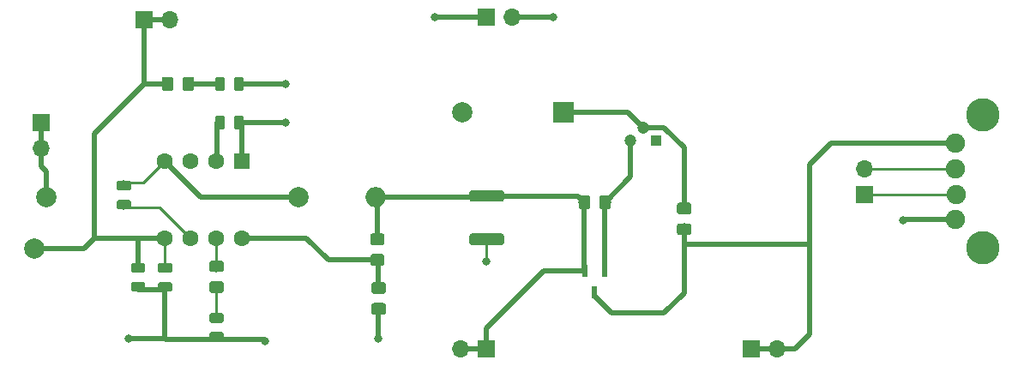
<source format=gbr>
G04 #@! TF.GenerationSoftware,KiCad,Pcbnew,5.1.4-e60b266~84~ubuntu18.04.1*
G04 #@! TF.CreationDate,2019-09-29T22:34:52+02:00*
G04 #@! TF.ProjectId,Circuit,43697263-7569-4742-9e6b-696361645f70,rev?*
G04 #@! TF.SameCoordinates,Original*
G04 #@! TF.FileFunction,Copper,L1,Top*
G04 #@! TF.FilePolarity,Positive*
%FSLAX46Y46*%
G04 Gerber Fmt 4.6, Leading zero omitted, Abs format (unit mm)*
G04 Created by KiCad (PCBNEW 5.1.4-e60b266~84~ubuntu18.04.1) date 2019-09-29 22:34:52*
%MOMM*%
%LPD*%
G04 APERTURE LIST*
G04 #@! TA.AperFunction,ComponentPad*
%ADD10O,1.700000X1.700000*%
G04 #@! TD*
G04 #@! TA.AperFunction,ComponentPad*
%ADD11R,1.700000X1.700000*%
G04 #@! TD*
G04 #@! TA.AperFunction,ComponentPad*
%ADD12C,2.010000*%
G04 #@! TD*
G04 #@! TA.AperFunction,Conductor*
%ADD13C,0.150000*%
G04 #@! TD*
G04 #@! TA.AperFunction,SMDPad,CuDef*
%ADD14C,1.125000*%
G04 #@! TD*
G04 #@! TA.AperFunction,SMDPad,CuDef*
%ADD15C,0.975000*%
G04 #@! TD*
G04 #@! TA.AperFunction,SMDPad,CuDef*
%ADD16C,1.150000*%
G04 #@! TD*
G04 #@! TA.AperFunction,ComponentPad*
%ADD17R,2.000000X2.000000*%
G04 #@! TD*
G04 #@! TA.AperFunction,ComponentPad*
%ADD18C,2.000000*%
G04 #@! TD*
G04 #@! TA.AperFunction,ComponentPad*
%ADD19C,3.300000*%
G04 #@! TD*
G04 #@! TA.AperFunction,ComponentPad*
%ADD20C,1.900000*%
G04 #@! TD*
G04 #@! TA.AperFunction,ComponentPad*
%ADD21O,2.000000X2.000000*%
G04 #@! TD*
G04 #@! TA.AperFunction,SMDPad,CuDef*
%ADD22R,0.600000X1.300000*%
G04 #@! TD*
G04 #@! TA.AperFunction,ComponentPad*
%ADD23R,1.000000X1.000000*%
G04 #@! TD*
G04 #@! TA.AperFunction,ComponentPad*
%ADD24C,1.200000*%
G04 #@! TD*
G04 #@! TA.AperFunction,ComponentPad*
%ADD25R,1.600000X1.600000*%
G04 #@! TD*
G04 #@! TA.AperFunction,ComponentPad*
%ADD26C,1.600000*%
G04 #@! TD*
G04 #@! TA.AperFunction,ViaPad*
%ADD27C,0.800000*%
G04 #@! TD*
G04 #@! TA.AperFunction,Conductor*
%ADD28C,0.250000*%
G04 #@! TD*
G04 #@! TA.AperFunction,Conductor*
%ADD29C,0.500000*%
G04 #@! TD*
G04 APERTURE END LIST*
D10*
G04 #@! TO.P,J7,2*
G04 #@! TO.N,Net-(C1-Pad1)*
X89662000Y-86614000D03*
D11*
G04 #@! TO.P,J7,1*
X87122000Y-86614000D03*
G04 #@! TD*
D12*
G04 #@! TO.P,F1,2*
G04 #@! TO.N,Net-(C1-Pad1)*
X76270000Y-109240000D03*
G04 #@! TO.P,F1,1*
G04 #@! TO.N,+12V*
X77470000Y-104140000D03*
G04 #@! TD*
D10*
G04 #@! TO.P,J5,2*
G04 #@! TO.N,Net-(J1-Pad1)*
X149606000Y-119126000D03*
D11*
G04 #@! TO.P,J5,1*
X147066000Y-119126000D03*
G04 #@! TD*
D10*
G04 #@! TO.P,J6,2*
G04 #@! TO.N,GND*
X123444000Y-86360000D03*
D11*
G04 #@! TO.P,J6,1*
X120904000Y-86360000D03*
G04 #@! TD*
D10*
G04 #@! TO.P,J4,2*
G04 #@! TO.N,/D-*
X158242000Y-101346000D03*
D11*
G04 #@! TO.P,J4,1*
G04 #@! TO.N,/D+*
X158242000Y-103886000D03*
G04 #@! TD*
D10*
G04 #@! TO.P,J3,2*
G04 #@! TO.N,+5V*
X118364000Y-119126000D03*
D11*
G04 #@! TO.P,J3,1*
X120904000Y-119126000D03*
G04 #@! TD*
D10*
G04 #@! TO.P,J2,2*
G04 #@! TO.N,+12V*
X76962000Y-99314000D03*
D11*
G04 #@! TO.P,J2,1*
X76962000Y-96774000D03*
G04 #@! TD*
D13*
G04 #@! TO.N,GND*
G04 #@! TO.C,C8*
G36*
X122378505Y-107748204D02*
G01*
X122402773Y-107751804D01*
X122426572Y-107757765D01*
X122449671Y-107766030D01*
X122471850Y-107776520D01*
X122492893Y-107789132D01*
X122512599Y-107803747D01*
X122530777Y-107820223D01*
X122547253Y-107838401D01*
X122561868Y-107858107D01*
X122574480Y-107879150D01*
X122584970Y-107901329D01*
X122593235Y-107924428D01*
X122599196Y-107948227D01*
X122602796Y-107972495D01*
X122604000Y-107996999D01*
X122604000Y-108622001D01*
X122602796Y-108646505D01*
X122599196Y-108670773D01*
X122593235Y-108694572D01*
X122584970Y-108717671D01*
X122574480Y-108739850D01*
X122561868Y-108760893D01*
X122547253Y-108780599D01*
X122530777Y-108798777D01*
X122512599Y-108815253D01*
X122492893Y-108829868D01*
X122471850Y-108842480D01*
X122449671Y-108852970D01*
X122426572Y-108861235D01*
X122402773Y-108867196D01*
X122378505Y-108870796D01*
X122354001Y-108872000D01*
X119453999Y-108872000D01*
X119429495Y-108870796D01*
X119405227Y-108867196D01*
X119381428Y-108861235D01*
X119358329Y-108852970D01*
X119336150Y-108842480D01*
X119315107Y-108829868D01*
X119295401Y-108815253D01*
X119277223Y-108798777D01*
X119260747Y-108780599D01*
X119246132Y-108760893D01*
X119233520Y-108739850D01*
X119223030Y-108717671D01*
X119214765Y-108694572D01*
X119208804Y-108670773D01*
X119205204Y-108646505D01*
X119204000Y-108622001D01*
X119204000Y-107996999D01*
X119205204Y-107972495D01*
X119208804Y-107948227D01*
X119214765Y-107924428D01*
X119223030Y-107901329D01*
X119233520Y-107879150D01*
X119246132Y-107858107D01*
X119260747Y-107838401D01*
X119277223Y-107820223D01*
X119295401Y-107803747D01*
X119315107Y-107789132D01*
X119336150Y-107776520D01*
X119358329Y-107766030D01*
X119381428Y-107757765D01*
X119405227Y-107751804D01*
X119429495Y-107748204D01*
X119453999Y-107747000D01*
X122354001Y-107747000D01*
X122378505Y-107748204D01*
X122378505Y-107748204D01*
G37*
D14*
G04 #@! TD*
G04 #@! TO.P,C8,2*
G04 #@! TO.N,GND*
X120904000Y-108309500D03*
D13*
G04 #@! TO.N,+5V*
G04 #@! TO.C,C8*
G36*
X122378505Y-103473204D02*
G01*
X122402773Y-103476804D01*
X122426572Y-103482765D01*
X122449671Y-103491030D01*
X122471850Y-103501520D01*
X122492893Y-103514132D01*
X122512599Y-103528747D01*
X122530777Y-103545223D01*
X122547253Y-103563401D01*
X122561868Y-103583107D01*
X122574480Y-103604150D01*
X122584970Y-103626329D01*
X122593235Y-103649428D01*
X122599196Y-103673227D01*
X122602796Y-103697495D01*
X122604000Y-103721999D01*
X122604000Y-104347001D01*
X122602796Y-104371505D01*
X122599196Y-104395773D01*
X122593235Y-104419572D01*
X122584970Y-104442671D01*
X122574480Y-104464850D01*
X122561868Y-104485893D01*
X122547253Y-104505599D01*
X122530777Y-104523777D01*
X122512599Y-104540253D01*
X122492893Y-104554868D01*
X122471850Y-104567480D01*
X122449671Y-104577970D01*
X122426572Y-104586235D01*
X122402773Y-104592196D01*
X122378505Y-104595796D01*
X122354001Y-104597000D01*
X119453999Y-104597000D01*
X119429495Y-104595796D01*
X119405227Y-104592196D01*
X119381428Y-104586235D01*
X119358329Y-104577970D01*
X119336150Y-104567480D01*
X119315107Y-104554868D01*
X119295401Y-104540253D01*
X119277223Y-104523777D01*
X119260747Y-104505599D01*
X119246132Y-104485893D01*
X119233520Y-104464850D01*
X119223030Y-104442671D01*
X119214765Y-104419572D01*
X119208804Y-104395773D01*
X119205204Y-104371505D01*
X119204000Y-104347001D01*
X119204000Y-103721999D01*
X119205204Y-103697495D01*
X119208804Y-103673227D01*
X119214765Y-103649428D01*
X119223030Y-103626329D01*
X119233520Y-103604150D01*
X119246132Y-103583107D01*
X119260747Y-103563401D01*
X119277223Y-103545223D01*
X119295401Y-103528747D01*
X119315107Y-103514132D01*
X119336150Y-103501520D01*
X119358329Y-103491030D01*
X119381428Y-103482765D01*
X119405227Y-103476804D01*
X119429495Y-103473204D01*
X119453999Y-103472000D01*
X122354001Y-103472000D01*
X122378505Y-103473204D01*
X122378505Y-103473204D01*
G37*
D14*
G04 #@! TD*
G04 #@! TO.P,C8,1*
G04 #@! TO.N,+5V*
X120904000Y-104034500D03*
D13*
G04 #@! TO.N,GND*
G04 #@! TO.C,C7*
G36*
X89634142Y-112530174D02*
G01*
X89657803Y-112533684D01*
X89681007Y-112539496D01*
X89703529Y-112547554D01*
X89725153Y-112557782D01*
X89745670Y-112570079D01*
X89764883Y-112584329D01*
X89782607Y-112600393D01*
X89798671Y-112618117D01*
X89812921Y-112637330D01*
X89825218Y-112657847D01*
X89835446Y-112679471D01*
X89843504Y-112701993D01*
X89849316Y-112725197D01*
X89852826Y-112748858D01*
X89854000Y-112772750D01*
X89854000Y-113260250D01*
X89852826Y-113284142D01*
X89849316Y-113307803D01*
X89843504Y-113331007D01*
X89835446Y-113353529D01*
X89825218Y-113375153D01*
X89812921Y-113395670D01*
X89798671Y-113414883D01*
X89782607Y-113432607D01*
X89764883Y-113448671D01*
X89745670Y-113462921D01*
X89725153Y-113475218D01*
X89703529Y-113485446D01*
X89681007Y-113493504D01*
X89657803Y-113499316D01*
X89634142Y-113502826D01*
X89610250Y-113504000D01*
X88697750Y-113504000D01*
X88673858Y-113502826D01*
X88650197Y-113499316D01*
X88626993Y-113493504D01*
X88604471Y-113485446D01*
X88582847Y-113475218D01*
X88562330Y-113462921D01*
X88543117Y-113448671D01*
X88525393Y-113432607D01*
X88509329Y-113414883D01*
X88495079Y-113395670D01*
X88482782Y-113375153D01*
X88472554Y-113353529D01*
X88464496Y-113331007D01*
X88458684Y-113307803D01*
X88455174Y-113284142D01*
X88454000Y-113260250D01*
X88454000Y-112772750D01*
X88455174Y-112748858D01*
X88458684Y-112725197D01*
X88464496Y-112701993D01*
X88472554Y-112679471D01*
X88482782Y-112657847D01*
X88495079Y-112637330D01*
X88509329Y-112618117D01*
X88525393Y-112600393D01*
X88543117Y-112584329D01*
X88562330Y-112570079D01*
X88582847Y-112557782D01*
X88604471Y-112547554D01*
X88626993Y-112539496D01*
X88650197Y-112533684D01*
X88673858Y-112530174D01*
X88697750Y-112529000D01*
X89610250Y-112529000D01*
X89634142Y-112530174D01*
X89634142Y-112530174D01*
G37*
D15*
G04 #@! TD*
G04 #@! TO.P,C7,2*
G04 #@! TO.N,GND*
X89154000Y-113016500D03*
D13*
G04 #@! TO.N,Net-(C1-Pad1)*
G04 #@! TO.C,C7*
G36*
X89634142Y-110655174D02*
G01*
X89657803Y-110658684D01*
X89681007Y-110664496D01*
X89703529Y-110672554D01*
X89725153Y-110682782D01*
X89745670Y-110695079D01*
X89764883Y-110709329D01*
X89782607Y-110725393D01*
X89798671Y-110743117D01*
X89812921Y-110762330D01*
X89825218Y-110782847D01*
X89835446Y-110804471D01*
X89843504Y-110826993D01*
X89849316Y-110850197D01*
X89852826Y-110873858D01*
X89854000Y-110897750D01*
X89854000Y-111385250D01*
X89852826Y-111409142D01*
X89849316Y-111432803D01*
X89843504Y-111456007D01*
X89835446Y-111478529D01*
X89825218Y-111500153D01*
X89812921Y-111520670D01*
X89798671Y-111539883D01*
X89782607Y-111557607D01*
X89764883Y-111573671D01*
X89745670Y-111587921D01*
X89725153Y-111600218D01*
X89703529Y-111610446D01*
X89681007Y-111618504D01*
X89657803Y-111624316D01*
X89634142Y-111627826D01*
X89610250Y-111629000D01*
X88697750Y-111629000D01*
X88673858Y-111627826D01*
X88650197Y-111624316D01*
X88626993Y-111618504D01*
X88604471Y-111610446D01*
X88582847Y-111600218D01*
X88562330Y-111587921D01*
X88543117Y-111573671D01*
X88525393Y-111557607D01*
X88509329Y-111539883D01*
X88495079Y-111520670D01*
X88482782Y-111500153D01*
X88472554Y-111478529D01*
X88464496Y-111456007D01*
X88458684Y-111432803D01*
X88455174Y-111409142D01*
X88454000Y-111385250D01*
X88454000Y-110897750D01*
X88455174Y-110873858D01*
X88458684Y-110850197D01*
X88464496Y-110826993D01*
X88472554Y-110804471D01*
X88482782Y-110782847D01*
X88495079Y-110762330D01*
X88509329Y-110743117D01*
X88525393Y-110725393D01*
X88543117Y-110709329D01*
X88562330Y-110695079D01*
X88582847Y-110682782D01*
X88604471Y-110672554D01*
X88626993Y-110664496D01*
X88650197Y-110658684D01*
X88673858Y-110655174D01*
X88697750Y-110654000D01*
X89610250Y-110654000D01*
X89634142Y-110655174D01*
X89634142Y-110655174D01*
G37*
D15*
G04 #@! TD*
G04 #@! TO.P,C7,1*
G04 #@! TO.N,Net-(C1-Pad1)*
X89154000Y-111141500D03*
D13*
G04 #@! TO.N,Net-(C6-Pad2)*
G04 #@! TO.C,C6*
G36*
X85570142Y-102527174D02*
G01*
X85593803Y-102530684D01*
X85617007Y-102536496D01*
X85639529Y-102544554D01*
X85661153Y-102554782D01*
X85681670Y-102567079D01*
X85700883Y-102581329D01*
X85718607Y-102597393D01*
X85734671Y-102615117D01*
X85748921Y-102634330D01*
X85761218Y-102654847D01*
X85771446Y-102676471D01*
X85779504Y-102698993D01*
X85785316Y-102722197D01*
X85788826Y-102745858D01*
X85790000Y-102769750D01*
X85790000Y-103257250D01*
X85788826Y-103281142D01*
X85785316Y-103304803D01*
X85779504Y-103328007D01*
X85771446Y-103350529D01*
X85761218Y-103372153D01*
X85748921Y-103392670D01*
X85734671Y-103411883D01*
X85718607Y-103429607D01*
X85700883Y-103445671D01*
X85681670Y-103459921D01*
X85661153Y-103472218D01*
X85639529Y-103482446D01*
X85617007Y-103490504D01*
X85593803Y-103496316D01*
X85570142Y-103499826D01*
X85546250Y-103501000D01*
X84633750Y-103501000D01*
X84609858Y-103499826D01*
X84586197Y-103496316D01*
X84562993Y-103490504D01*
X84540471Y-103482446D01*
X84518847Y-103472218D01*
X84498330Y-103459921D01*
X84479117Y-103445671D01*
X84461393Y-103429607D01*
X84445329Y-103411883D01*
X84431079Y-103392670D01*
X84418782Y-103372153D01*
X84408554Y-103350529D01*
X84400496Y-103328007D01*
X84394684Y-103304803D01*
X84391174Y-103281142D01*
X84390000Y-103257250D01*
X84390000Y-102769750D01*
X84391174Y-102745858D01*
X84394684Y-102722197D01*
X84400496Y-102698993D01*
X84408554Y-102676471D01*
X84418782Y-102654847D01*
X84431079Y-102634330D01*
X84445329Y-102615117D01*
X84461393Y-102597393D01*
X84479117Y-102581329D01*
X84498330Y-102567079D01*
X84518847Y-102554782D01*
X84540471Y-102544554D01*
X84562993Y-102536496D01*
X84586197Y-102530684D01*
X84609858Y-102527174D01*
X84633750Y-102526000D01*
X85546250Y-102526000D01*
X85570142Y-102527174D01*
X85570142Y-102527174D01*
G37*
D15*
G04 #@! TD*
G04 #@! TO.P,C6,2*
G04 #@! TO.N,Net-(C6-Pad2)*
X85090000Y-103013500D03*
D13*
G04 #@! TO.N,Net-(C6-Pad1)*
G04 #@! TO.C,C6*
G36*
X85570142Y-104402174D02*
G01*
X85593803Y-104405684D01*
X85617007Y-104411496D01*
X85639529Y-104419554D01*
X85661153Y-104429782D01*
X85681670Y-104442079D01*
X85700883Y-104456329D01*
X85718607Y-104472393D01*
X85734671Y-104490117D01*
X85748921Y-104509330D01*
X85761218Y-104529847D01*
X85771446Y-104551471D01*
X85779504Y-104573993D01*
X85785316Y-104597197D01*
X85788826Y-104620858D01*
X85790000Y-104644750D01*
X85790000Y-105132250D01*
X85788826Y-105156142D01*
X85785316Y-105179803D01*
X85779504Y-105203007D01*
X85771446Y-105225529D01*
X85761218Y-105247153D01*
X85748921Y-105267670D01*
X85734671Y-105286883D01*
X85718607Y-105304607D01*
X85700883Y-105320671D01*
X85681670Y-105334921D01*
X85661153Y-105347218D01*
X85639529Y-105357446D01*
X85617007Y-105365504D01*
X85593803Y-105371316D01*
X85570142Y-105374826D01*
X85546250Y-105376000D01*
X84633750Y-105376000D01*
X84609858Y-105374826D01*
X84586197Y-105371316D01*
X84562993Y-105365504D01*
X84540471Y-105357446D01*
X84518847Y-105347218D01*
X84498330Y-105334921D01*
X84479117Y-105320671D01*
X84461393Y-105304607D01*
X84445329Y-105286883D01*
X84431079Y-105267670D01*
X84418782Y-105247153D01*
X84408554Y-105225529D01*
X84400496Y-105203007D01*
X84394684Y-105179803D01*
X84391174Y-105156142D01*
X84390000Y-105132250D01*
X84390000Y-104644750D01*
X84391174Y-104620858D01*
X84394684Y-104597197D01*
X84400496Y-104573993D01*
X84408554Y-104551471D01*
X84418782Y-104529847D01*
X84431079Y-104509330D01*
X84445329Y-104490117D01*
X84461393Y-104472393D01*
X84479117Y-104456329D01*
X84498330Y-104442079D01*
X84518847Y-104429782D01*
X84540471Y-104419554D01*
X84562993Y-104411496D01*
X84586197Y-104405684D01*
X84609858Y-104402174D01*
X84633750Y-104401000D01*
X85546250Y-104401000D01*
X85570142Y-104402174D01*
X85570142Y-104402174D01*
G37*
D15*
G04 #@! TD*
G04 #@! TO.P,C6,1*
G04 #@! TO.N,Net-(C6-Pad1)*
X85090000Y-104888500D03*
D13*
G04 #@! TO.N,GND*
G04 #@! TO.C,C5*
G36*
X96709142Y-96075174D02*
G01*
X96732803Y-96078684D01*
X96756007Y-96084496D01*
X96778529Y-96092554D01*
X96800153Y-96102782D01*
X96820670Y-96115079D01*
X96839883Y-96129329D01*
X96857607Y-96145393D01*
X96873671Y-96163117D01*
X96887921Y-96182330D01*
X96900218Y-96202847D01*
X96910446Y-96224471D01*
X96918504Y-96246993D01*
X96924316Y-96270197D01*
X96927826Y-96293858D01*
X96929000Y-96317750D01*
X96929000Y-97230250D01*
X96927826Y-97254142D01*
X96924316Y-97277803D01*
X96918504Y-97301007D01*
X96910446Y-97323529D01*
X96900218Y-97345153D01*
X96887921Y-97365670D01*
X96873671Y-97384883D01*
X96857607Y-97402607D01*
X96839883Y-97418671D01*
X96820670Y-97432921D01*
X96800153Y-97445218D01*
X96778529Y-97455446D01*
X96756007Y-97463504D01*
X96732803Y-97469316D01*
X96709142Y-97472826D01*
X96685250Y-97474000D01*
X96197750Y-97474000D01*
X96173858Y-97472826D01*
X96150197Y-97469316D01*
X96126993Y-97463504D01*
X96104471Y-97455446D01*
X96082847Y-97445218D01*
X96062330Y-97432921D01*
X96043117Y-97418671D01*
X96025393Y-97402607D01*
X96009329Y-97384883D01*
X95995079Y-97365670D01*
X95982782Y-97345153D01*
X95972554Y-97323529D01*
X95964496Y-97301007D01*
X95958684Y-97277803D01*
X95955174Y-97254142D01*
X95954000Y-97230250D01*
X95954000Y-96317750D01*
X95955174Y-96293858D01*
X95958684Y-96270197D01*
X95964496Y-96246993D01*
X95972554Y-96224471D01*
X95982782Y-96202847D01*
X95995079Y-96182330D01*
X96009329Y-96163117D01*
X96025393Y-96145393D01*
X96043117Y-96129329D01*
X96062330Y-96115079D01*
X96082847Y-96102782D01*
X96104471Y-96092554D01*
X96126993Y-96084496D01*
X96150197Y-96078684D01*
X96173858Y-96075174D01*
X96197750Y-96074000D01*
X96685250Y-96074000D01*
X96709142Y-96075174D01*
X96709142Y-96075174D01*
G37*
D15*
G04 #@! TD*
G04 #@! TO.P,C5,2*
G04 #@! TO.N,GND*
X96441500Y-96774000D03*
D13*
G04 #@! TO.N,Net-(C5-Pad1)*
G04 #@! TO.C,C5*
G36*
X94834142Y-96075174D02*
G01*
X94857803Y-96078684D01*
X94881007Y-96084496D01*
X94903529Y-96092554D01*
X94925153Y-96102782D01*
X94945670Y-96115079D01*
X94964883Y-96129329D01*
X94982607Y-96145393D01*
X94998671Y-96163117D01*
X95012921Y-96182330D01*
X95025218Y-96202847D01*
X95035446Y-96224471D01*
X95043504Y-96246993D01*
X95049316Y-96270197D01*
X95052826Y-96293858D01*
X95054000Y-96317750D01*
X95054000Y-97230250D01*
X95052826Y-97254142D01*
X95049316Y-97277803D01*
X95043504Y-97301007D01*
X95035446Y-97323529D01*
X95025218Y-97345153D01*
X95012921Y-97365670D01*
X94998671Y-97384883D01*
X94982607Y-97402607D01*
X94964883Y-97418671D01*
X94945670Y-97432921D01*
X94925153Y-97445218D01*
X94903529Y-97455446D01*
X94881007Y-97463504D01*
X94857803Y-97469316D01*
X94834142Y-97472826D01*
X94810250Y-97474000D01*
X94322750Y-97474000D01*
X94298858Y-97472826D01*
X94275197Y-97469316D01*
X94251993Y-97463504D01*
X94229471Y-97455446D01*
X94207847Y-97445218D01*
X94187330Y-97432921D01*
X94168117Y-97418671D01*
X94150393Y-97402607D01*
X94134329Y-97384883D01*
X94120079Y-97365670D01*
X94107782Y-97345153D01*
X94097554Y-97323529D01*
X94089496Y-97301007D01*
X94083684Y-97277803D01*
X94080174Y-97254142D01*
X94079000Y-97230250D01*
X94079000Y-96317750D01*
X94080174Y-96293858D01*
X94083684Y-96270197D01*
X94089496Y-96246993D01*
X94097554Y-96224471D01*
X94107782Y-96202847D01*
X94120079Y-96182330D01*
X94134329Y-96163117D01*
X94150393Y-96145393D01*
X94168117Y-96129329D01*
X94187330Y-96115079D01*
X94207847Y-96102782D01*
X94229471Y-96092554D01*
X94251993Y-96084496D01*
X94275197Y-96078684D01*
X94298858Y-96075174D01*
X94322750Y-96074000D01*
X94810250Y-96074000D01*
X94834142Y-96075174D01*
X94834142Y-96075174D01*
G37*
D15*
G04 #@! TD*
G04 #@! TO.P,C5,1*
G04 #@! TO.N,Net-(C5-Pad1)*
X94566500Y-96774000D03*
D13*
G04 #@! TO.N,GND*
G04 #@! TO.C,C4*
G36*
X94714142Y-117480174D02*
G01*
X94737803Y-117483684D01*
X94761007Y-117489496D01*
X94783529Y-117497554D01*
X94805153Y-117507782D01*
X94825670Y-117520079D01*
X94844883Y-117534329D01*
X94862607Y-117550393D01*
X94878671Y-117568117D01*
X94892921Y-117587330D01*
X94905218Y-117607847D01*
X94915446Y-117629471D01*
X94923504Y-117651993D01*
X94929316Y-117675197D01*
X94932826Y-117698858D01*
X94934000Y-117722750D01*
X94934000Y-118210250D01*
X94932826Y-118234142D01*
X94929316Y-118257803D01*
X94923504Y-118281007D01*
X94915446Y-118303529D01*
X94905218Y-118325153D01*
X94892921Y-118345670D01*
X94878671Y-118364883D01*
X94862607Y-118382607D01*
X94844883Y-118398671D01*
X94825670Y-118412921D01*
X94805153Y-118425218D01*
X94783529Y-118435446D01*
X94761007Y-118443504D01*
X94737803Y-118449316D01*
X94714142Y-118452826D01*
X94690250Y-118454000D01*
X93777750Y-118454000D01*
X93753858Y-118452826D01*
X93730197Y-118449316D01*
X93706993Y-118443504D01*
X93684471Y-118435446D01*
X93662847Y-118425218D01*
X93642330Y-118412921D01*
X93623117Y-118398671D01*
X93605393Y-118382607D01*
X93589329Y-118364883D01*
X93575079Y-118345670D01*
X93562782Y-118325153D01*
X93552554Y-118303529D01*
X93544496Y-118281007D01*
X93538684Y-118257803D01*
X93535174Y-118234142D01*
X93534000Y-118210250D01*
X93534000Y-117722750D01*
X93535174Y-117698858D01*
X93538684Y-117675197D01*
X93544496Y-117651993D01*
X93552554Y-117629471D01*
X93562782Y-117607847D01*
X93575079Y-117587330D01*
X93589329Y-117568117D01*
X93605393Y-117550393D01*
X93623117Y-117534329D01*
X93642330Y-117520079D01*
X93662847Y-117507782D01*
X93684471Y-117497554D01*
X93706993Y-117489496D01*
X93730197Y-117483684D01*
X93753858Y-117480174D01*
X93777750Y-117479000D01*
X94690250Y-117479000D01*
X94714142Y-117480174D01*
X94714142Y-117480174D01*
G37*
D15*
G04 #@! TD*
G04 #@! TO.P,C4,2*
G04 #@! TO.N,GND*
X94234000Y-117966500D03*
D13*
G04 #@! TO.N,Net-(C4-Pad1)*
G04 #@! TO.C,C4*
G36*
X94714142Y-115605174D02*
G01*
X94737803Y-115608684D01*
X94761007Y-115614496D01*
X94783529Y-115622554D01*
X94805153Y-115632782D01*
X94825670Y-115645079D01*
X94844883Y-115659329D01*
X94862607Y-115675393D01*
X94878671Y-115693117D01*
X94892921Y-115712330D01*
X94905218Y-115732847D01*
X94915446Y-115754471D01*
X94923504Y-115776993D01*
X94929316Y-115800197D01*
X94932826Y-115823858D01*
X94934000Y-115847750D01*
X94934000Y-116335250D01*
X94932826Y-116359142D01*
X94929316Y-116382803D01*
X94923504Y-116406007D01*
X94915446Y-116428529D01*
X94905218Y-116450153D01*
X94892921Y-116470670D01*
X94878671Y-116489883D01*
X94862607Y-116507607D01*
X94844883Y-116523671D01*
X94825670Y-116537921D01*
X94805153Y-116550218D01*
X94783529Y-116560446D01*
X94761007Y-116568504D01*
X94737803Y-116574316D01*
X94714142Y-116577826D01*
X94690250Y-116579000D01*
X93777750Y-116579000D01*
X93753858Y-116577826D01*
X93730197Y-116574316D01*
X93706993Y-116568504D01*
X93684471Y-116560446D01*
X93662847Y-116550218D01*
X93642330Y-116537921D01*
X93623117Y-116523671D01*
X93605393Y-116507607D01*
X93589329Y-116489883D01*
X93575079Y-116470670D01*
X93562782Y-116450153D01*
X93552554Y-116428529D01*
X93544496Y-116406007D01*
X93538684Y-116382803D01*
X93535174Y-116359142D01*
X93534000Y-116335250D01*
X93534000Y-115847750D01*
X93535174Y-115823858D01*
X93538684Y-115800197D01*
X93544496Y-115776993D01*
X93552554Y-115754471D01*
X93562782Y-115732847D01*
X93575079Y-115712330D01*
X93589329Y-115693117D01*
X93605393Y-115675393D01*
X93623117Y-115659329D01*
X93642330Y-115645079D01*
X93662847Y-115632782D01*
X93684471Y-115622554D01*
X93706993Y-115614496D01*
X93730197Y-115608684D01*
X93753858Y-115605174D01*
X93777750Y-115604000D01*
X94690250Y-115604000D01*
X94714142Y-115605174D01*
X94714142Y-115605174D01*
G37*
D15*
G04 #@! TD*
G04 #@! TO.P,C4,1*
G04 #@! TO.N,Net-(C4-Pad1)*
X94234000Y-116091500D03*
D13*
G04 #@! TO.N,GND*
G04 #@! TO.C,C2*
G36*
X96709142Y-92265174D02*
G01*
X96732803Y-92268684D01*
X96756007Y-92274496D01*
X96778529Y-92282554D01*
X96800153Y-92292782D01*
X96820670Y-92305079D01*
X96839883Y-92319329D01*
X96857607Y-92335393D01*
X96873671Y-92353117D01*
X96887921Y-92372330D01*
X96900218Y-92392847D01*
X96910446Y-92414471D01*
X96918504Y-92436993D01*
X96924316Y-92460197D01*
X96927826Y-92483858D01*
X96929000Y-92507750D01*
X96929000Y-93420250D01*
X96927826Y-93444142D01*
X96924316Y-93467803D01*
X96918504Y-93491007D01*
X96910446Y-93513529D01*
X96900218Y-93535153D01*
X96887921Y-93555670D01*
X96873671Y-93574883D01*
X96857607Y-93592607D01*
X96839883Y-93608671D01*
X96820670Y-93622921D01*
X96800153Y-93635218D01*
X96778529Y-93645446D01*
X96756007Y-93653504D01*
X96732803Y-93659316D01*
X96709142Y-93662826D01*
X96685250Y-93664000D01*
X96197750Y-93664000D01*
X96173858Y-93662826D01*
X96150197Y-93659316D01*
X96126993Y-93653504D01*
X96104471Y-93645446D01*
X96082847Y-93635218D01*
X96062330Y-93622921D01*
X96043117Y-93608671D01*
X96025393Y-93592607D01*
X96009329Y-93574883D01*
X95995079Y-93555670D01*
X95982782Y-93535153D01*
X95972554Y-93513529D01*
X95964496Y-93491007D01*
X95958684Y-93467803D01*
X95955174Y-93444142D01*
X95954000Y-93420250D01*
X95954000Y-92507750D01*
X95955174Y-92483858D01*
X95958684Y-92460197D01*
X95964496Y-92436993D01*
X95972554Y-92414471D01*
X95982782Y-92392847D01*
X95995079Y-92372330D01*
X96009329Y-92353117D01*
X96025393Y-92335393D01*
X96043117Y-92319329D01*
X96062330Y-92305079D01*
X96082847Y-92292782D01*
X96104471Y-92282554D01*
X96126993Y-92274496D01*
X96150197Y-92268684D01*
X96173858Y-92265174D01*
X96197750Y-92264000D01*
X96685250Y-92264000D01*
X96709142Y-92265174D01*
X96709142Y-92265174D01*
G37*
D15*
G04 #@! TD*
G04 #@! TO.P,C2,2*
G04 #@! TO.N,GND*
X96441500Y-92964000D03*
D13*
G04 #@! TO.N,Net-(C2-Pad1)*
G04 #@! TO.C,C2*
G36*
X94834142Y-92265174D02*
G01*
X94857803Y-92268684D01*
X94881007Y-92274496D01*
X94903529Y-92282554D01*
X94925153Y-92292782D01*
X94945670Y-92305079D01*
X94964883Y-92319329D01*
X94982607Y-92335393D01*
X94998671Y-92353117D01*
X95012921Y-92372330D01*
X95025218Y-92392847D01*
X95035446Y-92414471D01*
X95043504Y-92436993D01*
X95049316Y-92460197D01*
X95052826Y-92483858D01*
X95054000Y-92507750D01*
X95054000Y-93420250D01*
X95052826Y-93444142D01*
X95049316Y-93467803D01*
X95043504Y-93491007D01*
X95035446Y-93513529D01*
X95025218Y-93535153D01*
X95012921Y-93555670D01*
X94998671Y-93574883D01*
X94982607Y-93592607D01*
X94964883Y-93608671D01*
X94945670Y-93622921D01*
X94925153Y-93635218D01*
X94903529Y-93645446D01*
X94881007Y-93653504D01*
X94857803Y-93659316D01*
X94834142Y-93662826D01*
X94810250Y-93664000D01*
X94322750Y-93664000D01*
X94298858Y-93662826D01*
X94275197Y-93659316D01*
X94251993Y-93653504D01*
X94229471Y-93645446D01*
X94207847Y-93635218D01*
X94187330Y-93622921D01*
X94168117Y-93608671D01*
X94150393Y-93592607D01*
X94134329Y-93574883D01*
X94120079Y-93555670D01*
X94107782Y-93535153D01*
X94097554Y-93513529D01*
X94089496Y-93491007D01*
X94083684Y-93467803D01*
X94080174Y-93444142D01*
X94079000Y-93420250D01*
X94079000Y-92507750D01*
X94080174Y-92483858D01*
X94083684Y-92460197D01*
X94089496Y-92436993D01*
X94097554Y-92414471D01*
X94107782Y-92392847D01*
X94120079Y-92372330D01*
X94134329Y-92353117D01*
X94150393Y-92335393D01*
X94168117Y-92319329D01*
X94187330Y-92305079D01*
X94207847Y-92292782D01*
X94229471Y-92282554D01*
X94251993Y-92274496D01*
X94275197Y-92268684D01*
X94298858Y-92265174D01*
X94322750Y-92264000D01*
X94810250Y-92264000D01*
X94834142Y-92265174D01*
X94834142Y-92265174D01*
G37*
D15*
G04 #@! TD*
G04 #@! TO.P,C2,1*
G04 #@! TO.N,Net-(C2-Pad1)*
X94566500Y-92964000D03*
D13*
G04 #@! TO.N,GND*
G04 #@! TO.C,C1*
G36*
X86967142Y-112527174D02*
G01*
X86990803Y-112530684D01*
X87014007Y-112536496D01*
X87036529Y-112544554D01*
X87058153Y-112554782D01*
X87078670Y-112567079D01*
X87097883Y-112581329D01*
X87115607Y-112597393D01*
X87131671Y-112615117D01*
X87145921Y-112634330D01*
X87158218Y-112654847D01*
X87168446Y-112676471D01*
X87176504Y-112698993D01*
X87182316Y-112722197D01*
X87185826Y-112745858D01*
X87187000Y-112769750D01*
X87187000Y-113257250D01*
X87185826Y-113281142D01*
X87182316Y-113304803D01*
X87176504Y-113328007D01*
X87168446Y-113350529D01*
X87158218Y-113372153D01*
X87145921Y-113392670D01*
X87131671Y-113411883D01*
X87115607Y-113429607D01*
X87097883Y-113445671D01*
X87078670Y-113459921D01*
X87058153Y-113472218D01*
X87036529Y-113482446D01*
X87014007Y-113490504D01*
X86990803Y-113496316D01*
X86967142Y-113499826D01*
X86943250Y-113501000D01*
X86030750Y-113501000D01*
X86006858Y-113499826D01*
X85983197Y-113496316D01*
X85959993Y-113490504D01*
X85937471Y-113482446D01*
X85915847Y-113472218D01*
X85895330Y-113459921D01*
X85876117Y-113445671D01*
X85858393Y-113429607D01*
X85842329Y-113411883D01*
X85828079Y-113392670D01*
X85815782Y-113372153D01*
X85805554Y-113350529D01*
X85797496Y-113328007D01*
X85791684Y-113304803D01*
X85788174Y-113281142D01*
X85787000Y-113257250D01*
X85787000Y-112769750D01*
X85788174Y-112745858D01*
X85791684Y-112722197D01*
X85797496Y-112698993D01*
X85805554Y-112676471D01*
X85815782Y-112654847D01*
X85828079Y-112634330D01*
X85842329Y-112615117D01*
X85858393Y-112597393D01*
X85876117Y-112581329D01*
X85895330Y-112567079D01*
X85915847Y-112554782D01*
X85937471Y-112544554D01*
X85959993Y-112536496D01*
X85983197Y-112530684D01*
X86006858Y-112527174D01*
X86030750Y-112526000D01*
X86943250Y-112526000D01*
X86967142Y-112527174D01*
X86967142Y-112527174D01*
G37*
D15*
G04 #@! TD*
G04 #@! TO.P,C1,2*
G04 #@! TO.N,GND*
X86487000Y-113013500D03*
D13*
G04 #@! TO.N,Net-(C1-Pad1)*
G04 #@! TO.C,C1*
G36*
X86967142Y-110652174D02*
G01*
X86990803Y-110655684D01*
X87014007Y-110661496D01*
X87036529Y-110669554D01*
X87058153Y-110679782D01*
X87078670Y-110692079D01*
X87097883Y-110706329D01*
X87115607Y-110722393D01*
X87131671Y-110740117D01*
X87145921Y-110759330D01*
X87158218Y-110779847D01*
X87168446Y-110801471D01*
X87176504Y-110823993D01*
X87182316Y-110847197D01*
X87185826Y-110870858D01*
X87187000Y-110894750D01*
X87187000Y-111382250D01*
X87185826Y-111406142D01*
X87182316Y-111429803D01*
X87176504Y-111453007D01*
X87168446Y-111475529D01*
X87158218Y-111497153D01*
X87145921Y-111517670D01*
X87131671Y-111536883D01*
X87115607Y-111554607D01*
X87097883Y-111570671D01*
X87078670Y-111584921D01*
X87058153Y-111597218D01*
X87036529Y-111607446D01*
X87014007Y-111615504D01*
X86990803Y-111621316D01*
X86967142Y-111624826D01*
X86943250Y-111626000D01*
X86030750Y-111626000D01*
X86006858Y-111624826D01*
X85983197Y-111621316D01*
X85959993Y-111615504D01*
X85937471Y-111607446D01*
X85915847Y-111597218D01*
X85895330Y-111584921D01*
X85876117Y-111570671D01*
X85858393Y-111554607D01*
X85842329Y-111536883D01*
X85828079Y-111517670D01*
X85815782Y-111497153D01*
X85805554Y-111475529D01*
X85797496Y-111453007D01*
X85791684Y-111429803D01*
X85788174Y-111406142D01*
X85787000Y-111382250D01*
X85787000Y-110894750D01*
X85788174Y-110870858D01*
X85791684Y-110847197D01*
X85797496Y-110823993D01*
X85805554Y-110801471D01*
X85815782Y-110779847D01*
X85828079Y-110759330D01*
X85842329Y-110740117D01*
X85858393Y-110722393D01*
X85876117Y-110706329D01*
X85895330Y-110692079D01*
X85915847Y-110679782D01*
X85937471Y-110669554D01*
X85959993Y-110661496D01*
X85983197Y-110655684D01*
X86006858Y-110652174D01*
X86030750Y-110651000D01*
X86943250Y-110651000D01*
X86967142Y-110652174D01*
X86967142Y-110652174D01*
G37*
D15*
G04 #@! TD*
G04 #@! TO.P,C1,1*
G04 #@! TO.N,Net-(C1-Pad1)*
X86487000Y-111138500D03*
D13*
G04 #@! TO.N,Net-(C2-Pad1)*
G04 #@! TO.C,R1*
G36*
X91798505Y-92265204D02*
G01*
X91822773Y-92268804D01*
X91846572Y-92274765D01*
X91869671Y-92283030D01*
X91891850Y-92293520D01*
X91912893Y-92306132D01*
X91932599Y-92320747D01*
X91950777Y-92337223D01*
X91967253Y-92355401D01*
X91981868Y-92375107D01*
X91994480Y-92396150D01*
X92004970Y-92418329D01*
X92013235Y-92441428D01*
X92019196Y-92465227D01*
X92022796Y-92489495D01*
X92024000Y-92513999D01*
X92024000Y-93414001D01*
X92022796Y-93438505D01*
X92019196Y-93462773D01*
X92013235Y-93486572D01*
X92004970Y-93509671D01*
X91994480Y-93531850D01*
X91981868Y-93552893D01*
X91967253Y-93572599D01*
X91950777Y-93590777D01*
X91932599Y-93607253D01*
X91912893Y-93621868D01*
X91891850Y-93634480D01*
X91869671Y-93644970D01*
X91846572Y-93653235D01*
X91822773Y-93659196D01*
X91798505Y-93662796D01*
X91774001Y-93664000D01*
X91123999Y-93664000D01*
X91099495Y-93662796D01*
X91075227Y-93659196D01*
X91051428Y-93653235D01*
X91028329Y-93644970D01*
X91006150Y-93634480D01*
X90985107Y-93621868D01*
X90965401Y-93607253D01*
X90947223Y-93590777D01*
X90930747Y-93572599D01*
X90916132Y-93552893D01*
X90903520Y-93531850D01*
X90893030Y-93509671D01*
X90884765Y-93486572D01*
X90878804Y-93462773D01*
X90875204Y-93438505D01*
X90874000Y-93414001D01*
X90874000Y-92513999D01*
X90875204Y-92489495D01*
X90878804Y-92465227D01*
X90884765Y-92441428D01*
X90893030Y-92418329D01*
X90903520Y-92396150D01*
X90916132Y-92375107D01*
X90930747Y-92355401D01*
X90947223Y-92337223D01*
X90965401Y-92320747D01*
X90985107Y-92306132D01*
X91006150Y-92293520D01*
X91028329Y-92283030D01*
X91051428Y-92274765D01*
X91075227Y-92268804D01*
X91099495Y-92265204D01*
X91123999Y-92264000D01*
X91774001Y-92264000D01*
X91798505Y-92265204D01*
X91798505Y-92265204D01*
G37*
D16*
G04 #@! TD*
G04 #@! TO.P,R1,2*
G04 #@! TO.N,Net-(C2-Pad1)*
X91449000Y-92964000D03*
D13*
G04 #@! TO.N,Net-(C1-Pad1)*
G04 #@! TO.C,R1*
G36*
X89748505Y-92265204D02*
G01*
X89772773Y-92268804D01*
X89796572Y-92274765D01*
X89819671Y-92283030D01*
X89841850Y-92293520D01*
X89862893Y-92306132D01*
X89882599Y-92320747D01*
X89900777Y-92337223D01*
X89917253Y-92355401D01*
X89931868Y-92375107D01*
X89944480Y-92396150D01*
X89954970Y-92418329D01*
X89963235Y-92441428D01*
X89969196Y-92465227D01*
X89972796Y-92489495D01*
X89974000Y-92513999D01*
X89974000Y-93414001D01*
X89972796Y-93438505D01*
X89969196Y-93462773D01*
X89963235Y-93486572D01*
X89954970Y-93509671D01*
X89944480Y-93531850D01*
X89931868Y-93552893D01*
X89917253Y-93572599D01*
X89900777Y-93590777D01*
X89882599Y-93607253D01*
X89862893Y-93621868D01*
X89841850Y-93634480D01*
X89819671Y-93644970D01*
X89796572Y-93653235D01*
X89772773Y-93659196D01*
X89748505Y-93662796D01*
X89724001Y-93664000D01*
X89073999Y-93664000D01*
X89049495Y-93662796D01*
X89025227Y-93659196D01*
X89001428Y-93653235D01*
X88978329Y-93644970D01*
X88956150Y-93634480D01*
X88935107Y-93621868D01*
X88915401Y-93607253D01*
X88897223Y-93590777D01*
X88880747Y-93572599D01*
X88866132Y-93552893D01*
X88853520Y-93531850D01*
X88843030Y-93509671D01*
X88834765Y-93486572D01*
X88828804Y-93462773D01*
X88825204Y-93438505D01*
X88824000Y-93414001D01*
X88824000Y-92513999D01*
X88825204Y-92489495D01*
X88828804Y-92465227D01*
X88834765Y-92441428D01*
X88843030Y-92418329D01*
X88853520Y-92396150D01*
X88866132Y-92375107D01*
X88880747Y-92355401D01*
X88897223Y-92337223D01*
X88915401Y-92320747D01*
X88935107Y-92306132D01*
X88956150Y-92293520D01*
X88978329Y-92283030D01*
X89001428Y-92274765D01*
X89025227Y-92268804D01*
X89049495Y-92265204D01*
X89073999Y-92264000D01*
X89724001Y-92264000D01*
X89748505Y-92265204D01*
X89748505Y-92265204D01*
G37*
D16*
G04 #@! TD*
G04 #@! TO.P,R1,1*
G04 #@! TO.N,Net-(C1-Pad1)*
X89399000Y-92964000D03*
D17*
G04 #@! TO.P,D2,1*
G04 #@! TO.N,Net-(D2-Pad1)*
X128524000Y-95758000D03*
D18*
G04 #@! TO.P,D2,2*
G04 #@! TO.N,GND*
X118524000Y-95758000D03*
G04 #@! TD*
D19*
G04 #@! TO.P,J1,SH*
G04 #@! TO.N,Net-(J1-PadSH)*
X169926000Y-96046000D03*
X169926000Y-109186000D03*
D20*
G04 #@! TO.P,J1,1*
G04 #@! TO.N,Net-(J1-Pad1)*
X167216000Y-98866000D03*
G04 #@! TO.P,J1,2*
G04 #@! TO.N,/D-*
X167201000Y-101366000D03*
G04 #@! TO.P,J1,3*
G04 #@! TO.N,/D+*
X167226000Y-103866000D03*
G04 #@! TO.P,J1,4*
G04 #@! TO.N,GND*
X167216000Y-106366000D03*
G04 #@! TD*
D18*
G04 #@! TO.P,L1,1*
G04 #@! TO.N,Net-(C6-Pad2)*
X102362000Y-104140000D03*
D21*
G04 #@! TO.P,L1,2*
G04 #@! TO.N,+5V*
X109982000Y-104140000D03*
G04 #@! TD*
D22*
G04 #@! TO.P,Q1,3*
G04 #@! TO.N,Net-(J1-Pad1)*
X131572000Y-113572000D03*
G04 #@! TO.P,Q1,2*
G04 #@! TO.N,+5V*
X130622000Y-111472000D03*
G04 #@! TO.P,Q1,1*
G04 #@! TO.N,Net-(Q1-Pad1)*
X132522000Y-111472000D03*
G04 #@! TD*
D23*
G04 #@! TO.P,Q2,1*
G04 #@! TO.N,GND*
X137668000Y-98552000D03*
D24*
G04 #@! TO.P,Q2,2*
G04 #@! TO.N,Net-(D2-Pad1)*
X136398000Y-97282000D03*
G04 #@! TO.P,Q2,3*
G04 #@! TO.N,Net-(Q1-Pad1)*
X135128000Y-98552000D03*
G04 #@! TD*
D13*
G04 #@! TO.N,Net-(J1-Pad1)*
G04 #@! TO.C,R6*
G36*
X140873005Y-106750204D02*
G01*
X140897273Y-106753804D01*
X140921072Y-106759765D01*
X140944171Y-106768030D01*
X140966350Y-106778520D01*
X140987393Y-106791132D01*
X141007099Y-106805747D01*
X141025277Y-106822223D01*
X141041753Y-106840401D01*
X141056368Y-106860107D01*
X141068980Y-106881150D01*
X141079470Y-106903329D01*
X141087735Y-106926428D01*
X141093696Y-106950227D01*
X141097296Y-106974495D01*
X141098500Y-106998999D01*
X141098500Y-107649001D01*
X141097296Y-107673505D01*
X141093696Y-107697773D01*
X141087735Y-107721572D01*
X141079470Y-107744671D01*
X141068980Y-107766850D01*
X141056368Y-107787893D01*
X141041753Y-107807599D01*
X141025277Y-107825777D01*
X141007099Y-107842253D01*
X140987393Y-107856868D01*
X140966350Y-107869480D01*
X140944171Y-107879970D01*
X140921072Y-107888235D01*
X140897273Y-107894196D01*
X140873005Y-107897796D01*
X140848501Y-107899000D01*
X139948499Y-107899000D01*
X139923995Y-107897796D01*
X139899727Y-107894196D01*
X139875928Y-107888235D01*
X139852829Y-107879970D01*
X139830650Y-107869480D01*
X139809607Y-107856868D01*
X139789901Y-107842253D01*
X139771723Y-107825777D01*
X139755247Y-107807599D01*
X139740632Y-107787893D01*
X139728020Y-107766850D01*
X139717530Y-107744671D01*
X139709265Y-107721572D01*
X139703304Y-107697773D01*
X139699704Y-107673505D01*
X139698500Y-107649001D01*
X139698500Y-106998999D01*
X139699704Y-106974495D01*
X139703304Y-106950227D01*
X139709265Y-106926428D01*
X139717530Y-106903329D01*
X139728020Y-106881150D01*
X139740632Y-106860107D01*
X139755247Y-106840401D01*
X139771723Y-106822223D01*
X139789901Y-106805747D01*
X139809607Y-106791132D01*
X139830650Y-106778520D01*
X139852829Y-106768030D01*
X139875928Y-106759765D01*
X139899727Y-106753804D01*
X139923995Y-106750204D01*
X139948499Y-106749000D01*
X140848501Y-106749000D01*
X140873005Y-106750204D01*
X140873005Y-106750204D01*
G37*
D16*
G04 #@! TD*
G04 #@! TO.P,R6,1*
G04 #@! TO.N,Net-(J1-Pad1)*
X140398500Y-107324000D03*
D13*
G04 #@! TO.N,Net-(D2-Pad1)*
G04 #@! TO.C,R6*
G36*
X140873005Y-104700204D02*
G01*
X140897273Y-104703804D01*
X140921072Y-104709765D01*
X140944171Y-104718030D01*
X140966350Y-104728520D01*
X140987393Y-104741132D01*
X141007099Y-104755747D01*
X141025277Y-104772223D01*
X141041753Y-104790401D01*
X141056368Y-104810107D01*
X141068980Y-104831150D01*
X141079470Y-104853329D01*
X141087735Y-104876428D01*
X141093696Y-104900227D01*
X141097296Y-104924495D01*
X141098500Y-104948999D01*
X141098500Y-105599001D01*
X141097296Y-105623505D01*
X141093696Y-105647773D01*
X141087735Y-105671572D01*
X141079470Y-105694671D01*
X141068980Y-105716850D01*
X141056368Y-105737893D01*
X141041753Y-105757599D01*
X141025277Y-105775777D01*
X141007099Y-105792253D01*
X140987393Y-105806868D01*
X140966350Y-105819480D01*
X140944171Y-105829970D01*
X140921072Y-105838235D01*
X140897273Y-105844196D01*
X140873005Y-105847796D01*
X140848501Y-105849000D01*
X139948499Y-105849000D01*
X139923995Y-105847796D01*
X139899727Y-105844196D01*
X139875928Y-105838235D01*
X139852829Y-105829970D01*
X139830650Y-105819480D01*
X139809607Y-105806868D01*
X139789901Y-105792253D01*
X139771723Y-105775777D01*
X139755247Y-105757599D01*
X139740632Y-105737893D01*
X139728020Y-105716850D01*
X139717530Y-105694671D01*
X139709265Y-105671572D01*
X139703304Y-105647773D01*
X139699704Y-105623505D01*
X139698500Y-105599001D01*
X139698500Y-104948999D01*
X139699704Y-104924495D01*
X139703304Y-104900227D01*
X139709265Y-104876428D01*
X139717530Y-104853329D01*
X139728020Y-104831150D01*
X139740632Y-104810107D01*
X139755247Y-104790401D01*
X139771723Y-104772223D01*
X139789901Y-104755747D01*
X139809607Y-104741132D01*
X139830650Y-104728520D01*
X139852829Y-104718030D01*
X139875928Y-104709765D01*
X139899727Y-104703804D01*
X139923995Y-104700204D01*
X139948499Y-104699000D01*
X140848501Y-104699000D01*
X140873005Y-104700204D01*
X140873005Y-104700204D01*
G37*
D16*
G04 #@! TD*
G04 #@! TO.P,R6,2*
G04 #@! TO.N,Net-(D2-Pad1)*
X140398500Y-105274000D03*
D13*
G04 #@! TO.N,Net-(Q1-Pad1)*
G04 #@! TO.C,R5*
G36*
X132946505Y-103949204D02*
G01*
X132970773Y-103952804D01*
X132994572Y-103958765D01*
X133017671Y-103967030D01*
X133039850Y-103977520D01*
X133060893Y-103990132D01*
X133080599Y-104004747D01*
X133098777Y-104021223D01*
X133115253Y-104039401D01*
X133129868Y-104059107D01*
X133142480Y-104080150D01*
X133152970Y-104102329D01*
X133161235Y-104125428D01*
X133167196Y-104149227D01*
X133170796Y-104173495D01*
X133172000Y-104197999D01*
X133172000Y-105098001D01*
X133170796Y-105122505D01*
X133167196Y-105146773D01*
X133161235Y-105170572D01*
X133152970Y-105193671D01*
X133142480Y-105215850D01*
X133129868Y-105236893D01*
X133115253Y-105256599D01*
X133098777Y-105274777D01*
X133080599Y-105291253D01*
X133060893Y-105305868D01*
X133039850Y-105318480D01*
X133017671Y-105328970D01*
X132994572Y-105337235D01*
X132970773Y-105343196D01*
X132946505Y-105346796D01*
X132922001Y-105348000D01*
X132271999Y-105348000D01*
X132247495Y-105346796D01*
X132223227Y-105343196D01*
X132199428Y-105337235D01*
X132176329Y-105328970D01*
X132154150Y-105318480D01*
X132133107Y-105305868D01*
X132113401Y-105291253D01*
X132095223Y-105274777D01*
X132078747Y-105256599D01*
X132064132Y-105236893D01*
X132051520Y-105215850D01*
X132041030Y-105193671D01*
X132032765Y-105170572D01*
X132026804Y-105146773D01*
X132023204Y-105122505D01*
X132022000Y-105098001D01*
X132022000Y-104197999D01*
X132023204Y-104173495D01*
X132026804Y-104149227D01*
X132032765Y-104125428D01*
X132041030Y-104102329D01*
X132051520Y-104080150D01*
X132064132Y-104059107D01*
X132078747Y-104039401D01*
X132095223Y-104021223D01*
X132113401Y-104004747D01*
X132133107Y-103990132D01*
X132154150Y-103977520D01*
X132176329Y-103967030D01*
X132199428Y-103958765D01*
X132223227Y-103952804D01*
X132247495Y-103949204D01*
X132271999Y-103948000D01*
X132922001Y-103948000D01*
X132946505Y-103949204D01*
X132946505Y-103949204D01*
G37*
D16*
G04 #@! TD*
G04 #@! TO.P,R5,2*
G04 #@! TO.N,Net-(Q1-Pad1)*
X132597000Y-104648000D03*
D13*
G04 #@! TO.N,+5V*
G04 #@! TO.C,R5*
G36*
X130896505Y-103949204D02*
G01*
X130920773Y-103952804D01*
X130944572Y-103958765D01*
X130967671Y-103967030D01*
X130989850Y-103977520D01*
X131010893Y-103990132D01*
X131030599Y-104004747D01*
X131048777Y-104021223D01*
X131065253Y-104039401D01*
X131079868Y-104059107D01*
X131092480Y-104080150D01*
X131102970Y-104102329D01*
X131111235Y-104125428D01*
X131117196Y-104149227D01*
X131120796Y-104173495D01*
X131122000Y-104197999D01*
X131122000Y-105098001D01*
X131120796Y-105122505D01*
X131117196Y-105146773D01*
X131111235Y-105170572D01*
X131102970Y-105193671D01*
X131092480Y-105215850D01*
X131079868Y-105236893D01*
X131065253Y-105256599D01*
X131048777Y-105274777D01*
X131030599Y-105291253D01*
X131010893Y-105305868D01*
X130989850Y-105318480D01*
X130967671Y-105328970D01*
X130944572Y-105337235D01*
X130920773Y-105343196D01*
X130896505Y-105346796D01*
X130872001Y-105348000D01*
X130221999Y-105348000D01*
X130197495Y-105346796D01*
X130173227Y-105343196D01*
X130149428Y-105337235D01*
X130126329Y-105328970D01*
X130104150Y-105318480D01*
X130083107Y-105305868D01*
X130063401Y-105291253D01*
X130045223Y-105274777D01*
X130028747Y-105256599D01*
X130014132Y-105236893D01*
X130001520Y-105215850D01*
X129991030Y-105193671D01*
X129982765Y-105170572D01*
X129976804Y-105146773D01*
X129973204Y-105122505D01*
X129972000Y-105098001D01*
X129972000Y-104197999D01*
X129973204Y-104173495D01*
X129976804Y-104149227D01*
X129982765Y-104125428D01*
X129991030Y-104102329D01*
X130001520Y-104080150D01*
X130014132Y-104059107D01*
X130028747Y-104039401D01*
X130045223Y-104021223D01*
X130063401Y-104004747D01*
X130083107Y-103990132D01*
X130104150Y-103977520D01*
X130126329Y-103967030D01*
X130149428Y-103958765D01*
X130173227Y-103952804D01*
X130197495Y-103949204D01*
X130221999Y-103948000D01*
X130872001Y-103948000D01*
X130896505Y-103949204D01*
X130896505Y-103949204D01*
G37*
D16*
G04 #@! TD*
G04 #@! TO.P,R5,1*
G04 #@! TO.N,+5V*
X130547000Y-104648000D03*
D13*
G04 #@! TO.N,Net-(R2-Pad1)*
G04 #@! TO.C,R2*
G36*
X94708505Y-110415204D02*
G01*
X94732773Y-110418804D01*
X94756572Y-110424765D01*
X94779671Y-110433030D01*
X94801850Y-110443520D01*
X94822893Y-110456132D01*
X94842599Y-110470747D01*
X94860777Y-110487223D01*
X94877253Y-110505401D01*
X94891868Y-110525107D01*
X94904480Y-110546150D01*
X94914970Y-110568329D01*
X94923235Y-110591428D01*
X94929196Y-110615227D01*
X94932796Y-110639495D01*
X94934000Y-110663999D01*
X94934000Y-111314001D01*
X94932796Y-111338505D01*
X94929196Y-111362773D01*
X94923235Y-111386572D01*
X94914970Y-111409671D01*
X94904480Y-111431850D01*
X94891868Y-111452893D01*
X94877253Y-111472599D01*
X94860777Y-111490777D01*
X94842599Y-111507253D01*
X94822893Y-111521868D01*
X94801850Y-111534480D01*
X94779671Y-111544970D01*
X94756572Y-111553235D01*
X94732773Y-111559196D01*
X94708505Y-111562796D01*
X94684001Y-111564000D01*
X93783999Y-111564000D01*
X93759495Y-111562796D01*
X93735227Y-111559196D01*
X93711428Y-111553235D01*
X93688329Y-111544970D01*
X93666150Y-111534480D01*
X93645107Y-111521868D01*
X93625401Y-111507253D01*
X93607223Y-111490777D01*
X93590747Y-111472599D01*
X93576132Y-111452893D01*
X93563520Y-111431850D01*
X93553030Y-111409671D01*
X93544765Y-111386572D01*
X93538804Y-111362773D01*
X93535204Y-111338505D01*
X93534000Y-111314001D01*
X93534000Y-110663999D01*
X93535204Y-110639495D01*
X93538804Y-110615227D01*
X93544765Y-110591428D01*
X93553030Y-110568329D01*
X93563520Y-110546150D01*
X93576132Y-110525107D01*
X93590747Y-110505401D01*
X93607223Y-110487223D01*
X93625401Y-110470747D01*
X93645107Y-110456132D01*
X93666150Y-110443520D01*
X93688329Y-110433030D01*
X93711428Y-110424765D01*
X93735227Y-110418804D01*
X93759495Y-110415204D01*
X93783999Y-110414000D01*
X94684001Y-110414000D01*
X94708505Y-110415204D01*
X94708505Y-110415204D01*
G37*
D16*
G04 #@! TD*
G04 #@! TO.P,R2,1*
G04 #@! TO.N,Net-(R2-Pad1)*
X94234000Y-110989000D03*
D13*
G04 #@! TO.N,Net-(C4-Pad1)*
G04 #@! TO.C,R2*
G36*
X94708505Y-112465204D02*
G01*
X94732773Y-112468804D01*
X94756572Y-112474765D01*
X94779671Y-112483030D01*
X94801850Y-112493520D01*
X94822893Y-112506132D01*
X94842599Y-112520747D01*
X94860777Y-112537223D01*
X94877253Y-112555401D01*
X94891868Y-112575107D01*
X94904480Y-112596150D01*
X94914970Y-112618329D01*
X94923235Y-112641428D01*
X94929196Y-112665227D01*
X94932796Y-112689495D01*
X94934000Y-112713999D01*
X94934000Y-113364001D01*
X94932796Y-113388505D01*
X94929196Y-113412773D01*
X94923235Y-113436572D01*
X94914970Y-113459671D01*
X94904480Y-113481850D01*
X94891868Y-113502893D01*
X94877253Y-113522599D01*
X94860777Y-113540777D01*
X94842599Y-113557253D01*
X94822893Y-113571868D01*
X94801850Y-113584480D01*
X94779671Y-113594970D01*
X94756572Y-113603235D01*
X94732773Y-113609196D01*
X94708505Y-113612796D01*
X94684001Y-113614000D01*
X93783999Y-113614000D01*
X93759495Y-113612796D01*
X93735227Y-113609196D01*
X93711428Y-113603235D01*
X93688329Y-113594970D01*
X93666150Y-113584480D01*
X93645107Y-113571868D01*
X93625401Y-113557253D01*
X93607223Y-113540777D01*
X93590747Y-113522599D01*
X93576132Y-113502893D01*
X93563520Y-113481850D01*
X93553030Y-113459671D01*
X93544765Y-113436572D01*
X93538804Y-113412773D01*
X93535204Y-113388505D01*
X93534000Y-113364001D01*
X93534000Y-112713999D01*
X93535204Y-112689495D01*
X93538804Y-112665227D01*
X93544765Y-112641428D01*
X93553030Y-112618329D01*
X93563520Y-112596150D01*
X93576132Y-112575107D01*
X93590747Y-112555401D01*
X93607223Y-112537223D01*
X93625401Y-112520747D01*
X93645107Y-112506132D01*
X93666150Y-112493520D01*
X93688329Y-112483030D01*
X93711428Y-112474765D01*
X93735227Y-112468804D01*
X93759495Y-112465204D01*
X93783999Y-112464000D01*
X94684001Y-112464000D01*
X94708505Y-112465204D01*
X94708505Y-112465204D01*
G37*
D16*
G04 #@! TD*
G04 #@! TO.P,R2,2*
G04 #@! TO.N,Net-(C4-Pad1)*
X94234000Y-113039000D03*
D13*
G04 #@! TO.N,+5V*
G04 #@! TO.C,R3*
G36*
X110583505Y-107739204D02*
G01*
X110607773Y-107742804D01*
X110631572Y-107748765D01*
X110654671Y-107757030D01*
X110676850Y-107767520D01*
X110697893Y-107780132D01*
X110717599Y-107794747D01*
X110735777Y-107811223D01*
X110752253Y-107829401D01*
X110766868Y-107849107D01*
X110779480Y-107870150D01*
X110789970Y-107892329D01*
X110798235Y-107915428D01*
X110804196Y-107939227D01*
X110807796Y-107963495D01*
X110809000Y-107987999D01*
X110809000Y-108638001D01*
X110807796Y-108662505D01*
X110804196Y-108686773D01*
X110798235Y-108710572D01*
X110789970Y-108733671D01*
X110779480Y-108755850D01*
X110766868Y-108776893D01*
X110752253Y-108796599D01*
X110735777Y-108814777D01*
X110717599Y-108831253D01*
X110697893Y-108845868D01*
X110676850Y-108858480D01*
X110654671Y-108868970D01*
X110631572Y-108877235D01*
X110607773Y-108883196D01*
X110583505Y-108886796D01*
X110559001Y-108888000D01*
X109658999Y-108888000D01*
X109634495Y-108886796D01*
X109610227Y-108883196D01*
X109586428Y-108877235D01*
X109563329Y-108868970D01*
X109541150Y-108858480D01*
X109520107Y-108845868D01*
X109500401Y-108831253D01*
X109482223Y-108814777D01*
X109465747Y-108796599D01*
X109451132Y-108776893D01*
X109438520Y-108755850D01*
X109428030Y-108733671D01*
X109419765Y-108710572D01*
X109413804Y-108686773D01*
X109410204Y-108662505D01*
X109409000Y-108638001D01*
X109409000Y-107987999D01*
X109410204Y-107963495D01*
X109413804Y-107939227D01*
X109419765Y-107915428D01*
X109428030Y-107892329D01*
X109438520Y-107870150D01*
X109451132Y-107849107D01*
X109465747Y-107829401D01*
X109482223Y-107811223D01*
X109500401Y-107794747D01*
X109520107Y-107780132D01*
X109541150Y-107767520D01*
X109563329Y-107757030D01*
X109586428Y-107748765D01*
X109610227Y-107742804D01*
X109634495Y-107739204D01*
X109658999Y-107738000D01*
X110559001Y-107738000D01*
X110583505Y-107739204D01*
X110583505Y-107739204D01*
G37*
D16*
G04 #@! TD*
G04 #@! TO.P,R3,1*
G04 #@! TO.N,+5V*
X110109000Y-108313000D03*
D13*
G04 #@! TO.N,Net-(R3-Pad2)*
G04 #@! TO.C,R3*
G36*
X110583505Y-109789204D02*
G01*
X110607773Y-109792804D01*
X110631572Y-109798765D01*
X110654671Y-109807030D01*
X110676850Y-109817520D01*
X110697893Y-109830132D01*
X110717599Y-109844747D01*
X110735777Y-109861223D01*
X110752253Y-109879401D01*
X110766868Y-109899107D01*
X110779480Y-109920150D01*
X110789970Y-109942329D01*
X110798235Y-109965428D01*
X110804196Y-109989227D01*
X110807796Y-110013495D01*
X110809000Y-110037999D01*
X110809000Y-110688001D01*
X110807796Y-110712505D01*
X110804196Y-110736773D01*
X110798235Y-110760572D01*
X110789970Y-110783671D01*
X110779480Y-110805850D01*
X110766868Y-110826893D01*
X110752253Y-110846599D01*
X110735777Y-110864777D01*
X110717599Y-110881253D01*
X110697893Y-110895868D01*
X110676850Y-110908480D01*
X110654671Y-110918970D01*
X110631572Y-110927235D01*
X110607773Y-110933196D01*
X110583505Y-110936796D01*
X110559001Y-110938000D01*
X109658999Y-110938000D01*
X109634495Y-110936796D01*
X109610227Y-110933196D01*
X109586428Y-110927235D01*
X109563329Y-110918970D01*
X109541150Y-110908480D01*
X109520107Y-110895868D01*
X109500401Y-110881253D01*
X109482223Y-110864777D01*
X109465747Y-110846599D01*
X109451132Y-110826893D01*
X109438520Y-110805850D01*
X109428030Y-110783671D01*
X109419765Y-110760572D01*
X109413804Y-110736773D01*
X109410204Y-110712505D01*
X109409000Y-110688001D01*
X109409000Y-110037999D01*
X109410204Y-110013495D01*
X109413804Y-109989227D01*
X109419765Y-109965428D01*
X109428030Y-109942329D01*
X109438520Y-109920150D01*
X109451132Y-109899107D01*
X109465747Y-109879401D01*
X109482223Y-109861223D01*
X109500401Y-109844747D01*
X109520107Y-109830132D01*
X109541150Y-109817520D01*
X109563329Y-109807030D01*
X109586428Y-109798765D01*
X109610227Y-109792804D01*
X109634495Y-109789204D01*
X109658999Y-109788000D01*
X110559001Y-109788000D01*
X110583505Y-109789204D01*
X110583505Y-109789204D01*
G37*
D16*
G04 #@! TD*
G04 #@! TO.P,R3,2*
G04 #@! TO.N,Net-(R3-Pad2)*
X110109000Y-110363000D03*
D13*
G04 #@! TO.N,GND*
G04 #@! TO.C,R4*
G36*
X110710505Y-114615204D02*
G01*
X110734773Y-114618804D01*
X110758572Y-114624765D01*
X110781671Y-114633030D01*
X110803850Y-114643520D01*
X110824893Y-114656132D01*
X110844599Y-114670747D01*
X110862777Y-114687223D01*
X110879253Y-114705401D01*
X110893868Y-114725107D01*
X110906480Y-114746150D01*
X110916970Y-114768329D01*
X110925235Y-114791428D01*
X110931196Y-114815227D01*
X110934796Y-114839495D01*
X110936000Y-114863999D01*
X110936000Y-115514001D01*
X110934796Y-115538505D01*
X110931196Y-115562773D01*
X110925235Y-115586572D01*
X110916970Y-115609671D01*
X110906480Y-115631850D01*
X110893868Y-115652893D01*
X110879253Y-115672599D01*
X110862777Y-115690777D01*
X110844599Y-115707253D01*
X110824893Y-115721868D01*
X110803850Y-115734480D01*
X110781671Y-115744970D01*
X110758572Y-115753235D01*
X110734773Y-115759196D01*
X110710505Y-115762796D01*
X110686001Y-115764000D01*
X109785999Y-115764000D01*
X109761495Y-115762796D01*
X109737227Y-115759196D01*
X109713428Y-115753235D01*
X109690329Y-115744970D01*
X109668150Y-115734480D01*
X109647107Y-115721868D01*
X109627401Y-115707253D01*
X109609223Y-115690777D01*
X109592747Y-115672599D01*
X109578132Y-115652893D01*
X109565520Y-115631850D01*
X109555030Y-115609671D01*
X109546765Y-115586572D01*
X109540804Y-115562773D01*
X109537204Y-115538505D01*
X109536000Y-115514001D01*
X109536000Y-114863999D01*
X109537204Y-114839495D01*
X109540804Y-114815227D01*
X109546765Y-114791428D01*
X109555030Y-114768329D01*
X109565520Y-114746150D01*
X109578132Y-114725107D01*
X109592747Y-114705401D01*
X109609223Y-114687223D01*
X109627401Y-114670747D01*
X109647107Y-114656132D01*
X109668150Y-114643520D01*
X109690329Y-114633030D01*
X109713428Y-114624765D01*
X109737227Y-114618804D01*
X109761495Y-114615204D01*
X109785999Y-114614000D01*
X110686001Y-114614000D01*
X110710505Y-114615204D01*
X110710505Y-114615204D01*
G37*
D16*
G04 #@! TD*
G04 #@! TO.P,R4,2*
G04 #@! TO.N,GND*
X110236000Y-115189000D03*
D13*
G04 #@! TO.N,Net-(R3-Pad2)*
G04 #@! TO.C,R4*
G36*
X110710505Y-112565204D02*
G01*
X110734773Y-112568804D01*
X110758572Y-112574765D01*
X110781671Y-112583030D01*
X110803850Y-112593520D01*
X110824893Y-112606132D01*
X110844599Y-112620747D01*
X110862777Y-112637223D01*
X110879253Y-112655401D01*
X110893868Y-112675107D01*
X110906480Y-112696150D01*
X110916970Y-112718329D01*
X110925235Y-112741428D01*
X110931196Y-112765227D01*
X110934796Y-112789495D01*
X110936000Y-112813999D01*
X110936000Y-113464001D01*
X110934796Y-113488505D01*
X110931196Y-113512773D01*
X110925235Y-113536572D01*
X110916970Y-113559671D01*
X110906480Y-113581850D01*
X110893868Y-113602893D01*
X110879253Y-113622599D01*
X110862777Y-113640777D01*
X110844599Y-113657253D01*
X110824893Y-113671868D01*
X110803850Y-113684480D01*
X110781671Y-113694970D01*
X110758572Y-113703235D01*
X110734773Y-113709196D01*
X110710505Y-113712796D01*
X110686001Y-113714000D01*
X109785999Y-113714000D01*
X109761495Y-113712796D01*
X109737227Y-113709196D01*
X109713428Y-113703235D01*
X109690329Y-113694970D01*
X109668150Y-113684480D01*
X109647107Y-113671868D01*
X109627401Y-113657253D01*
X109609223Y-113640777D01*
X109592747Y-113622599D01*
X109578132Y-113602893D01*
X109565520Y-113581850D01*
X109555030Y-113559671D01*
X109546765Y-113536572D01*
X109540804Y-113512773D01*
X109537204Y-113488505D01*
X109536000Y-113464001D01*
X109536000Y-112813999D01*
X109537204Y-112789495D01*
X109540804Y-112765227D01*
X109546765Y-112741428D01*
X109555030Y-112718329D01*
X109565520Y-112696150D01*
X109578132Y-112675107D01*
X109592747Y-112655401D01*
X109609223Y-112637223D01*
X109627401Y-112620747D01*
X109647107Y-112606132D01*
X109668150Y-112593520D01*
X109690329Y-112583030D01*
X109713428Y-112574765D01*
X109737227Y-112568804D01*
X109761495Y-112565204D01*
X109785999Y-112564000D01*
X110686001Y-112564000D01*
X110710505Y-112565204D01*
X110710505Y-112565204D01*
G37*
D16*
G04 #@! TD*
G04 #@! TO.P,R4,1*
G04 #@! TO.N,Net-(R3-Pad2)*
X110236000Y-113139000D03*
D25*
G04 #@! TO.P,U1,1*
G04 #@! TO.N,GND*
X96774000Y-100584000D03*
D26*
G04 #@! TO.P,U1,2*
G04 #@! TO.N,Net-(C5-Pad1)*
X94234000Y-100584000D03*
G04 #@! TO.P,U1,3*
G04 #@! TO.N,Net-(C2-Pad1)*
X91694000Y-100584000D03*
G04 #@! TO.P,U1,4*
G04 #@! TO.N,Net-(C6-Pad2)*
X89154000Y-100584000D03*
G04 #@! TO.P,U1,5*
G04 #@! TO.N,Net-(C1-Pad1)*
X89154000Y-108204000D03*
G04 #@! TO.P,U1,6*
G04 #@! TO.N,Net-(C6-Pad1)*
X91694000Y-108204000D03*
G04 #@! TO.P,U1,7*
G04 #@! TO.N,Net-(R2-Pad1)*
X94234000Y-108204000D03*
G04 #@! TO.P,U1,8*
G04 #@! TO.N,Net-(R3-Pad2)*
X96774000Y-108204000D03*
G04 #@! TD*
D27*
G04 #@! TO.N,GND*
X101092000Y-92964000D03*
X101092000Y-96774000D03*
X85598000Y-118110000D03*
X99060000Y-118364000D03*
X110236000Y-118110000D03*
X120904000Y-110490000D03*
X115824000Y-86360000D03*
X127508000Y-86360000D03*
X162052000Y-106426000D03*
G04 #@! TD*
D28*
G04 #@! TO.N,GND*
X96774000Y-96839000D02*
X96709000Y-96774000D01*
D29*
X96709000Y-100519000D02*
X96774000Y-100584000D01*
X96709000Y-96774000D02*
X96709000Y-100519000D01*
X96709000Y-92964000D02*
X101092000Y-92964000D01*
X96709000Y-96774000D02*
X101092000Y-96774000D01*
X89154000Y-118110000D02*
X89278000Y-118234000D01*
X92784000Y-118234000D02*
X94234000Y-118234000D01*
X89278000Y-118234000D02*
X92784000Y-118234000D01*
X89154000Y-113284000D02*
X89154000Y-118110000D01*
X89151000Y-113281000D02*
X89154000Y-113284000D01*
X86487000Y-113281000D02*
X89151000Y-113281000D01*
X89154000Y-118110000D02*
X85598000Y-118110000D01*
X94234000Y-118234000D02*
X98930000Y-118234000D01*
X98930000Y-118234000D02*
X99060000Y-118364000D01*
X110236000Y-115189000D02*
X110236000Y-118110000D01*
D28*
X120904000Y-108309500D02*
X120904000Y-110490000D01*
D29*
X120904000Y-86360000D02*
X115824000Y-86360000D01*
X123444000Y-86360000D02*
X127508000Y-86360000D01*
X162112000Y-106366000D02*
X162052000Y-106426000D01*
X167216000Y-106366000D02*
X162112000Y-106366000D01*
G04 #@! TO.N,+12V*
X76962000Y-99314000D02*
X76962000Y-101092000D01*
X77470000Y-101600000D02*
X77470000Y-104140000D01*
X76962000Y-101092000D02*
X77470000Y-101600000D01*
X76962000Y-96774000D02*
X76962000Y-99314000D01*
D28*
G04 #@! TO.N,Net-(C1-Pad1)*
X89154000Y-108204000D02*
X89154000Y-110874000D01*
D29*
X86614000Y-108204000D02*
X89154000Y-108204000D01*
X84074000Y-108204000D02*
X86614000Y-108204000D01*
D28*
X86487000Y-108331000D02*
X86614000Y-108204000D01*
D29*
X86487000Y-109821000D02*
X86487000Y-108331000D01*
X86487000Y-110871000D02*
X86487000Y-109821000D01*
X82169000Y-108204000D02*
X84074000Y-108204000D01*
D28*
G04 #@! TO.N,Net-(C4-Pad1)*
X94234000Y-113039000D02*
X94234000Y-115824000D01*
G04 #@! TO.N,Net-(C5-Pad1)*
X94234000Y-96839000D02*
X94299000Y-96774000D01*
D29*
X94299000Y-100519000D02*
X94234000Y-100584000D01*
X94299000Y-96774000D02*
X94299000Y-100519000D01*
D28*
G04 #@! TO.N,Net-(C6-Pad1)*
X88646000Y-105156000D02*
X85090000Y-105156000D01*
X91694000Y-108204000D02*
X88646000Y-105156000D01*
G04 #@! TO.N,Net-(C6-Pad2)*
X86992000Y-102746000D02*
X89154000Y-100584000D01*
X85090000Y-102746000D02*
X86992000Y-102746000D01*
D29*
X92710000Y-104140000D02*
X102362000Y-104140000D01*
X89154000Y-100584000D02*
X92710000Y-104140000D01*
G04 #@! TO.N,+5V*
X110109000Y-104267000D02*
X109982000Y-104140000D01*
X110109000Y-108313000D02*
X110109000Y-106807000D01*
X110109000Y-106807000D02*
X110109000Y-104267000D01*
X120798500Y-104140000D02*
X120904000Y-104034500D01*
X109982000Y-104140000D02*
X120798500Y-104140000D01*
X129933500Y-104034500D02*
X130547000Y-104648000D01*
X120904000Y-104034500D02*
X129933500Y-104034500D01*
X130547000Y-111397000D02*
X130622000Y-111472000D01*
X130547000Y-104648000D02*
X130547000Y-111397000D01*
X120904000Y-119126000D02*
X120904000Y-117094000D01*
X126526000Y-111472000D02*
X130622000Y-111472000D01*
X120904000Y-117094000D02*
X126526000Y-111472000D01*
X120904000Y-119126000D02*
X118364000Y-119126000D01*
G04 #@! TO.N,Net-(J1-Pad1)*
X140398500Y-107324000D02*
X140398500Y-108526000D01*
X131572000Y-113922000D02*
X133220000Y-115570000D01*
X131572000Y-113572000D02*
X131572000Y-113922000D01*
X133220000Y-115570000D02*
X138430000Y-115570000D01*
X138430000Y-115570000D02*
X140398500Y-113601500D01*
X140412498Y-108789498D02*
X140398500Y-108775500D01*
X152781000Y-108789498D02*
X140412498Y-108789498D01*
X140398500Y-113601500D02*
X140398500Y-108775500D01*
X140398500Y-108775500D02*
X140398500Y-107324000D01*
X151384000Y-119126000D02*
X149606000Y-119126000D01*
X152781000Y-108789498D02*
X152781000Y-117729000D01*
X152781000Y-117729000D02*
X151384000Y-119126000D01*
X147066000Y-119126000D02*
X149606000Y-119126000D01*
X152781000Y-108789498D02*
X152781000Y-100965000D01*
X154880000Y-98866000D02*
X167216000Y-98866000D01*
X152781000Y-100965000D02*
X154880000Y-98866000D01*
D28*
G04 #@! TO.N,/D-*
X158262000Y-101366000D02*
X158242000Y-101346000D01*
X167201000Y-101366000D02*
X158262000Y-101366000D01*
G04 #@! TO.N,/D+*
X158262000Y-103866000D02*
X158242000Y-103886000D01*
X167226000Y-103866000D02*
X158262000Y-103866000D01*
D29*
G04 #@! TO.N,Net-(Q1-Pad1)*
X132522000Y-104723000D02*
X132597000Y-104648000D01*
X132522000Y-111472000D02*
X132522000Y-104723000D01*
X135128000Y-102117000D02*
X135128000Y-98552000D01*
X132597000Y-104648000D02*
X135128000Y-102117000D01*
G04 #@! TO.N,Net-(C2-Pad1)*
X91449000Y-92964000D02*
X94299000Y-92964000D01*
X91449000Y-100339000D02*
X91694000Y-100584000D01*
G04 #@! TO.N,Net-(D2-Pad1)*
X136398000Y-97282000D02*
X134874000Y-95758000D01*
X134874000Y-95758000D02*
X128524000Y-95758000D01*
X140398500Y-99272498D02*
X140398500Y-104599000D01*
X138408002Y-97282000D02*
X140398500Y-99272498D01*
X140398500Y-104599000D02*
X140398500Y-105274000D01*
X136398000Y-97282000D02*
X138408002Y-97282000D01*
D28*
G04 #@! TO.N,Net-(R2-Pad1)*
X94234000Y-108204000D02*
X94234000Y-110989000D01*
D29*
G04 #@! TO.N,Net-(R3-Pad2)*
X103115000Y-108204000D02*
X103124000Y-108213000D01*
X96774000Y-108204000D02*
X103115000Y-108204000D01*
X105274000Y-110363000D02*
X103115000Y-108204000D01*
X110109000Y-110363000D02*
X105274000Y-110363000D01*
X110236000Y-110490000D02*
X110109000Y-110363000D01*
X110236000Y-113139000D02*
X110236000Y-110490000D01*
G04 #@! TO.N,Net-(C1-Pad1)*
X81133000Y-109240000D02*
X82169000Y-108204000D01*
X76270000Y-109240000D02*
X81133000Y-109240000D01*
X82169000Y-108204000D02*
X82169000Y-97917000D01*
X88724000Y-92964000D02*
X89399000Y-92964000D01*
X82169000Y-97917000D02*
X87122000Y-92964000D01*
X87122000Y-92964000D02*
X88724000Y-92964000D01*
X87122000Y-92964000D02*
X87122000Y-86614000D01*
X87122000Y-86614000D02*
X89662000Y-86614000D01*
G04 #@! TD*
M02*

</source>
